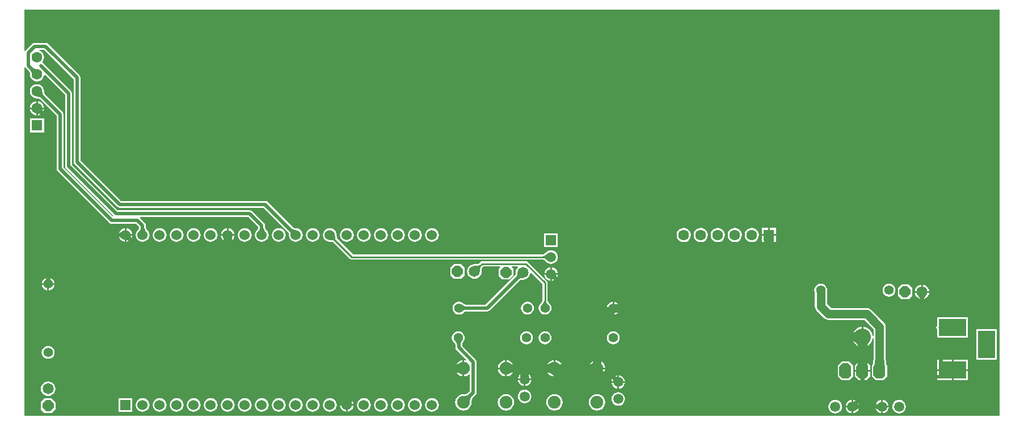
<source format=gbl>
G04*
G04 #@! TF.GenerationSoftware,Altium Limited,Altium Designer,19.0.10 (269)*
G04*
G04 Layer_Physical_Order=2*
G04 Layer_Color=16711680*
%FSTAX24Y24*%
%MOIN*%
G70*
G01*
G75*
%ADD10C,0.0100*%
%ADD34C,0.0500*%
%ADD35C,0.0200*%
%ADD36C,0.0591*%
%ADD37C,0.0650*%
%ADD38P,0.0704X8X22.5*%
%ADD39C,0.0551*%
%ADD40C,0.0750*%
%ADD41R,0.0630X0.0630*%
%ADD42C,0.0630*%
%ADD43R,0.0598X0.0598*%
%ADD44C,0.0598*%
%ADD45R,0.0630X0.0630*%
%ADD46R,0.0602X0.0602*%
%ADD47C,0.0602*%
%ADD48P,0.0704X8X112.5*%
G04:AMPARAMS|DCode=49|XSize=70mil|YSize=90mil|CornerRadius=0mil|HoleSize=0mil|Usage=FLASHONLY|Rotation=0.000|XOffset=0mil|YOffset=0mil|HoleType=Round|Shape=Octagon|*
%AMOCTAGOND49*
4,1,8,-0.0175,0.0450,0.0175,0.0450,0.0350,0.0275,0.0350,-0.0275,0.0175,-0.0450,-0.0175,-0.0450,-0.0350,-0.0275,-0.0350,0.0275,-0.0175,0.0450,0.0*
%
%ADD49OCTAGOND49*%

%ADD50C,0.1000*%
%ADD51R,0.1000X0.1600*%
%ADD52R,0.1600X0.1000*%
G36*
X010697Y030646D02*
X010719Y030629D01*
X010743Y030614D01*
X010768Y0306D01*
X010795Y030589D01*
X010823Y03058D01*
X010852Y030573D01*
X010882Y030568D01*
X010914Y030566D01*
X010947Y030565D01*
X010635Y030253D01*
X010634Y030286D01*
X010632Y030318D01*
X010627Y030348D01*
X01062Y030377D01*
X010611Y030405D01*
X0106Y030432D01*
X010586Y030457D01*
X010571Y030481D01*
X010554Y030503D01*
X010534Y030524D01*
X010676Y030666D01*
X010697Y030646D01*
D02*
G37*
G36*
X011266Y029214D02*
X011268Y029182D01*
X011273Y029152D01*
X01128Y029123D01*
X011289Y029095D01*
X0113Y029068D01*
X011314Y029043D01*
X011329Y029019D01*
X011346Y028997D01*
X011366Y028976D01*
X011224Y028834D01*
X011203Y028854D01*
X011181Y028871D01*
X011157Y028886D01*
X011132Y0289D01*
X011105Y028911D01*
X011077Y02892D01*
X011048Y028927D01*
X011018Y028932D01*
X010986Y028934D01*
X010953Y028935D01*
X011265Y029247D01*
X011266Y029214D01*
D02*
G37*
G36*
X024251Y021237D02*
X024254Y02121D01*
X02426Y021183D01*
X024268Y021157D01*
X024278Y021132D01*
X02429Y021107D01*
X024304Y021083D01*
X024321Y02106D01*
X02434Y021037D01*
X024361Y021015D01*
X023939D01*
X02396Y021037D01*
X023979Y02106D01*
X023996Y021083D01*
X02401Y021107D01*
X024022Y021132D01*
X024032Y021157D01*
X02404Y021183D01*
X024046Y02121D01*
X024049Y021237D01*
X02405Y021265D01*
X02425D01*
X024251Y021237D01*
D02*
G37*
G36*
X017251D02*
X017254Y02121D01*
X01726Y021183D01*
X017268Y021157D01*
X017278Y021132D01*
X01729Y021107D01*
X017304Y021083D01*
X017321Y02106D01*
X01734Y021037D01*
X017361Y021015D01*
X016939D01*
X01696Y021037D01*
X016979Y02106D01*
X016996Y021083D01*
X01701Y021107D01*
X017022Y021132D01*
X017032Y021157D01*
X01704Y021183D01*
X017046Y02121D01*
X017049Y021237D01*
X01705Y021265D01*
X01725D01*
X017251Y021237D01*
D02*
G37*
G36*
X025913Y02118D02*
X025934Y021164D01*
X025957Y021149D01*
X025981Y021136D01*
X026006Y021125D01*
X026032Y021116D01*
X026059Y021109D01*
X026087Y021105D01*
X026117Y021102D01*
X026147Y021101D01*
X025849Y020803D01*
X025848Y020833D01*
X025845Y020863D01*
X025841Y020891D01*
X025834Y020918D01*
X025825Y020944D01*
X025814Y020969D01*
X025801Y020993D01*
X025786Y021016D01*
X02577Y021037D01*
X025751Y021058D01*
X025892Y021199D01*
X025913Y02118D01*
D02*
G37*
G36*
X067496Y010154D02*
X010204D01*
Y030665D01*
X010254Y030676D01*
X010291Y030621D01*
X010481Y030431D01*
X010488Y030422D01*
X010498Y030405D01*
X010507Y030388D01*
X010515Y03037D01*
X010522Y03035D01*
X010527Y030328D01*
X01053Y030305D01*
X010532Y030281D01*
X010533Y030261D01*
X010531Y03025D01*
X010546Y030142D01*
X010588Y030041D01*
X010654Y029954D01*
X010741Y029888D01*
X010842Y029846D01*
X01095Y029831D01*
X011058Y029846D01*
X011159Y029888D01*
X011246Y029954D01*
X011312Y030041D01*
X011354Y030142D01*
X011363Y030206D01*
X011416Y030224D01*
X012596Y029044D01*
Y02485D01*
X012612Y024772D01*
X012656Y024706D01*
X015419Y021943D01*
X015403Y021888D01*
X015401Y021887D01*
X012504Y024784D01*
Y0279D01*
X012488Y027978D01*
X012444Y028044D01*
X011419Y029069D01*
X011412Y029078D01*
X011402Y029095D01*
X011393Y029112D01*
X011385Y02913D01*
X011378Y02915D01*
X011373Y029172D01*
X01137Y029195D01*
X011368Y029219D01*
X011367Y029239D01*
X011369Y02925D01*
X011354Y029358D01*
X011312Y029459D01*
X011246Y029546D01*
X011159Y029612D01*
X011058Y029654D01*
X01095Y029669D01*
X010842Y029654D01*
X010741Y029612D01*
X010654Y029546D01*
X010588Y029459D01*
X010546Y029358D01*
X010531Y02925D01*
X010546Y029142D01*
X010588Y029041D01*
X010654Y028954D01*
X010741Y028888D01*
X010842Y028846D01*
X01095Y028831D01*
X010961Y028833D01*
X010981Y028832D01*
X011005Y02883D01*
X011028Y028827D01*
X01105Y028822D01*
X01107Y028815D01*
X011088Y028807D01*
X011105Y028798D01*
X011122Y028788D01*
X011131Y028781D01*
X012096Y027816D01*
Y0247D01*
X012112Y024622D01*
X012156Y024556D01*
X015206Y021506D01*
X015272Y021462D01*
X01535Y021446D01*
X016766D01*
X016946Y021266D01*
Y021236D01*
X016945Y021226D01*
X016941Y021208D01*
X016936Y021191D01*
X016929Y021173D01*
X016921Y021156D01*
X01691Y021139D01*
X016898Y021122D01*
X016884Y021105D01*
X016872Y021092D01*
X016864Y021086D01*
X0168Y021002D01*
X016759Y020905D01*
X016745Y0208D01*
X016759Y020695D01*
X0168Y020598D01*
X016864Y020514D01*
X016948Y02045D01*
X017045Y020409D01*
X01715Y020395D01*
X017255Y020409D01*
X017352Y02045D01*
X017436Y020514D01*
X0175Y020598D01*
X017541Y020695D01*
X017555Y0208D01*
X017541Y020905D01*
X0175Y021002D01*
X017436Y021086D01*
X017428Y021092D01*
X017416Y021105D01*
X017402Y021122D01*
X01739Y021139D01*
X017379Y021156D01*
X017371Y021173D01*
X017364Y021191D01*
X017359Y021208D01*
X017355Y021226D01*
X017354Y021236D01*
Y02135D01*
X017338Y021428D01*
X017294Y021494D01*
X016994Y021794D01*
X016991Y021796D01*
X017007Y021846D01*
X023366D01*
X023946Y021266D01*
Y021236D01*
X023945Y021226D01*
X023941Y021208D01*
X023936Y021191D01*
X023929Y021173D01*
X023921Y021156D01*
X02391Y021139D01*
X023898Y021122D01*
X023884Y021105D01*
X023872Y021092D01*
X023864Y021086D01*
X0238Y021002D01*
X023759Y020905D01*
X023745Y0208D01*
X023759Y020695D01*
X0238Y020598D01*
X023864Y020514D01*
X023948Y02045D01*
X024045Y020409D01*
X02415Y020395D01*
X024255Y020409D01*
X024352Y02045D01*
X024436Y020514D01*
X0245Y020598D01*
X024541Y020695D01*
X024555Y0208D01*
X024541Y020905D01*
X0245Y021002D01*
X024436Y021086D01*
X024428Y021092D01*
X024416Y021105D01*
X024402Y021122D01*
X02439Y021139D01*
X024379Y021156D01*
X024371Y021173D01*
X024364Y021191D01*
X024359Y021208D01*
X024355Y021226D01*
X024354Y021236D01*
Y02135D01*
X024338Y021428D01*
X024294Y021494D01*
X024294Y021494D01*
X023594Y022194D01*
X023528Y022238D01*
X02345Y022254D01*
X015684D01*
X013004Y024934D01*
Y029128D01*
X012988Y029206D01*
X012944Y029272D01*
X011307Y030909D01*
X011286Y030924D01*
X011275Y030991D01*
X011312Y031041D01*
X011354Y031142D01*
X011369Y03125D01*
X011354Y031358D01*
X011312Y031459D01*
X011246Y031546D01*
X011159Y031612D01*
X011078Y031646D01*
X011088Y031696D01*
X011366D01*
X013096Y029966D01*
Y0251D01*
X013112Y025022D01*
X013156Y024956D01*
X015656Y022456D01*
X015722Y022412D01*
X0158Y022396D01*
X024266D01*
X025697Y020964D01*
X025704Y020956D01*
X025714Y020941D01*
X025722Y020925D01*
X02573Y020908D01*
X025736Y02089D01*
X025741Y02087D01*
X025744Y02085D01*
X025746Y020828D01*
X025747Y02081D01*
X025745Y0208D01*
X025759Y020695D01*
X0258Y020598D01*
X025864Y020514D01*
X025948Y02045D01*
X026045Y020409D01*
X02615Y020395D01*
X026255Y020409D01*
X026352Y02045D01*
X026436Y020514D01*
X0265Y020598D01*
X026541Y020695D01*
X026555Y0208D01*
X026541Y020905D01*
X0265Y021002D01*
X026436Y021086D01*
X026352Y02115D01*
X026255Y021191D01*
X02615Y021205D01*
X02614Y021203D01*
X026122Y021204D01*
X0261Y021206D01*
X02608Y021209D01*
X02606Y021214D01*
X026042Y02122D01*
X026025Y021228D01*
X026009Y021236D01*
X025994Y021246D01*
X025986Y021253D01*
X024494Y022744D01*
X024428Y022788D01*
X02435Y022804D01*
X015884D01*
X013504Y025184D01*
Y03005D01*
X013488Y030128D01*
X013444Y030194D01*
X011594Y032044D01*
X011528Y032088D01*
X01145Y032104D01*
X0108D01*
X010722Y032088D01*
X010656Y032044D01*
X010291Y031679D01*
X010254Y031624D01*
X010204Y031635D01*
Y034046D01*
X067496D01*
Y010154D01*
D02*
G37*
%LPC*%
G36*
X011Y028662D02*
Y0283D01*
X011362D01*
X011354Y028358D01*
X011312Y028459D01*
X011246Y028546D01*
X011159Y028612D01*
X011058Y028654D01*
X011Y028662D01*
D02*
G37*
G36*
X0109D02*
X010842Y028654D01*
X010741Y028612D01*
X010654Y028546D01*
X010588Y028459D01*
X010546Y028358D01*
X010538Y0283D01*
X0109D01*
Y028662D01*
D02*
G37*
G36*
X011362Y0282D02*
X011267D01*
X011268Y028182D01*
X011273Y028152D01*
X01128Y028123D01*
X011289Y028095D01*
X0113Y028068D01*
X011314Y028043D01*
X011354Y028142D01*
X011362Y0282D01*
D02*
G37*
G36*
X011218D02*
X011D01*
Y027982D01*
X011218Y0282D01*
D02*
G37*
G36*
X011Y027933D02*
Y027838D01*
X011058Y027846D01*
X011157Y027886D01*
X011132Y0279D01*
X011105Y027911D01*
X011077Y02792D01*
X011048Y027927D01*
X011018Y027932D01*
X011Y027933D01*
D02*
G37*
G36*
X0109Y0282D02*
X010538D01*
X010546Y028142D01*
X010588Y028041D01*
X010654Y027954D01*
X010741Y027888D01*
X010842Y027846D01*
X0109Y027838D01*
Y0282D01*
D02*
G37*
G36*
X011365Y027665D02*
X010535D01*
Y026835D01*
X011365D01*
Y027665D01*
D02*
G37*
G36*
X054365Y021215D02*
X054D01*
Y02085D01*
X054365D01*
Y021215D01*
D02*
G37*
G36*
X0222Y021198D02*
Y02085D01*
X022548D01*
X022541Y020905D01*
X0225Y021002D01*
X022436Y021086D01*
X022352Y02115D01*
X022255Y021191D01*
X0222Y021198D01*
D02*
G37*
G36*
X0162D02*
Y02085D01*
X016548D01*
X016541Y020905D01*
X0165Y021002D01*
X016436Y021086D01*
X016352Y02115D01*
X016255Y021191D01*
X0162Y021198D01*
D02*
G37*
G36*
X0161D02*
X016045Y021191D01*
X015948Y02115D01*
X015864Y021086D01*
X0158Y021002D01*
X015761Y020909D01*
X015767Y02091D01*
X015793Y020918D01*
X015818Y020928D01*
X015843Y02094D01*
X015867Y020954D01*
X01589Y020971D01*
X015913Y02099D01*
X015935Y021011D01*
Y02085D01*
X0161D01*
Y021198D01*
D02*
G37*
G36*
X0221D02*
X022045Y021191D01*
X021948Y02115D01*
X021864Y021086D01*
X0218Y021002D01*
X021759Y020905D01*
X021752Y02085D01*
X0221D01*
Y021198D01*
D02*
G37*
G36*
X0539Y021215D02*
X053535D01*
Y02085D01*
X0539D01*
Y021215D01*
D02*
G37*
G36*
X016548Y02075D02*
X016453D01*
X016455Y020737D01*
X016459Y020709D01*
X016466Y020682D01*
X016475Y020656D01*
X016486Y020631D01*
X016499Y020607D01*
X016502Y020602D01*
X016541Y020695D01*
X016548Y02075D01*
D02*
G37*
G36*
X0221D02*
X021752D01*
X021759Y020695D01*
X0218Y020598D01*
X021864Y020514D01*
X021948Y02045D01*
X021968Y020441D01*
X021966Y020456D01*
X02196Y020483D01*
X021953Y02051D01*
X021944Y020537D01*
X021921Y020591D01*
X021907Y020619D01*
X021891Y020646D01*
X0221Y020591D01*
Y02075D01*
D02*
G37*
G36*
X0161D02*
X015935D01*
Y020589D01*
X015913Y02061D01*
X01589Y020629D01*
X015867Y020646D01*
X015843Y02066D01*
X015818Y020672D01*
X015793Y020682D01*
X015767Y02069D01*
X015761Y020691D01*
X0158Y020598D01*
X015864Y020514D01*
X015948Y02045D01*
X016045Y020409D01*
X0161Y020402D01*
Y02075D01*
D02*
G37*
G36*
X016404D02*
X0162D01*
Y020546D01*
X016404Y02075D01*
D02*
G37*
G36*
X022548D02*
X0222D01*
Y020564D01*
X022299Y020538D01*
X022275Y020523D01*
X022254Y020507D01*
X022235Y020488D01*
X022218Y020469D01*
X022204Y020448D01*
X0222Y020439D01*
Y020402D01*
X022255Y020409D01*
X022352Y02045D01*
X022436Y020514D01*
X0225Y020598D01*
X022541Y020695D01*
X022548Y02075D01*
D02*
G37*
G36*
X0162Y020497D02*
Y020402D01*
X016255Y020409D01*
X016348Y020448D01*
X016343Y020451D01*
X016319Y020464D01*
X016294Y020475D01*
X016268Y020484D01*
X016241Y020491D01*
X016213Y020495D01*
X0162Y020497D01*
D02*
G37*
G36*
X03415Y021205D02*
X034045Y021191D01*
X033948Y02115D01*
X033864Y021086D01*
X0338Y021002D01*
X033759Y020905D01*
X033745Y0208D01*
X033759Y020695D01*
X0338Y020598D01*
X033864Y020514D01*
X033948Y02045D01*
X034045Y020409D01*
X03415Y020395D01*
X034255Y020409D01*
X034352Y02045D01*
X034436Y020514D01*
X0345Y020598D01*
X034541Y020695D01*
X034555Y0208D01*
X034541Y020905D01*
X0345Y021002D01*
X034436Y021086D01*
X034352Y02115D01*
X034255Y021191D01*
X03415Y021205D01*
D02*
G37*
G36*
X03315D02*
X033045Y021191D01*
X032948Y02115D01*
X032864Y021086D01*
X0328Y021002D01*
X032759Y020905D01*
X032745Y0208D01*
X032759Y020695D01*
X0328Y020598D01*
X032864Y020514D01*
X032948Y02045D01*
X033045Y020409D01*
X03315Y020395D01*
X033255Y020409D01*
X033352Y02045D01*
X033436Y020514D01*
X0335Y020598D01*
X033541Y020695D01*
X033555Y0208D01*
X033541Y020905D01*
X0335Y021002D01*
X033436Y021086D01*
X033352Y02115D01*
X033255Y021191D01*
X03315Y021205D01*
D02*
G37*
G36*
X03215D02*
X032045Y021191D01*
X031948Y02115D01*
X031864Y021086D01*
X0318Y021002D01*
X031759Y020905D01*
X031745Y0208D01*
X031759Y020695D01*
X0318Y020598D01*
X031864Y020514D01*
X031948Y02045D01*
X032045Y020409D01*
X03215Y020395D01*
X032255Y020409D01*
X032352Y02045D01*
X032436Y020514D01*
X0325Y020598D01*
X032541Y020695D01*
X032555Y0208D01*
X032541Y020905D01*
X0325Y021002D01*
X032436Y021086D01*
X032352Y02115D01*
X032255Y021191D01*
X03215Y021205D01*
D02*
G37*
G36*
X03115D02*
X031045Y021191D01*
X030948Y02115D01*
X030864Y021086D01*
X0308Y021002D01*
X030759Y020905D01*
X030745Y0208D01*
X030759Y020695D01*
X0308Y020598D01*
X030864Y020514D01*
X030948Y02045D01*
X031045Y020409D01*
X03115Y020395D01*
X031255Y020409D01*
X031352Y02045D01*
X031436Y020514D01*
X0315Y020598D01*
X031541Y020695D01*
X031555Y0208D01*
X031541Y020905D01*
X0315Y021002D01*
X031436Y021086D01*
X031352Y02115D01*
X031255Y021191D01*
X03115Y021205D01*
D02*
G37*
G36*
X03015D02*
X030045Y021191D01*
X029948Y02115D01*
X029864Y021086D01*
X0298Y021002D01*
X029759Y020905D01*
X029745Y0208D01*
X029759Y020695D01*
X0298Y020598D01*
X029864Y020514D01*
X029948Y02045D01*
X030045Y020409D01*
X03015Y020395D01*
X030255Y020409D01*
X030352Y02045D01*
X030436Y020514D01*
X0305Y020598D01*
X030541Y020695D01*
X030555Y0208D01*
X030541Y020905D01*
X0305Y021002D01*
X030436Y021086D01*
X030352Y02115D01*
X030255Y021191D01*
X03015Y021205D01*
D02*
G37*
G36*
X02915D02*
X029045Y021191D01*
X028948Y02115D01*
X028864Y021086D01*
X0288Y021002D01*
X028759Y020905D01*
X028745Y0208D01*
X028759Y020695D01*
X0288Y020598D01*
X028864Y020514D01*
X028948Y02045D01*
X029045Y020409D01*
X02915Y020395D01*
X029255Y020409D01*
X029352Y02045D01*
X029436Y020514D01*
X0295Y020598D01*
X029541Y020695D01*
X029555Y0208D01*
X029541Y020905D01*
X0295Y021002D01*
X029436Y021086D01*
X029352Y02115D01*
X029255Y021191D01*
X02915Y021205D01*
D02*
G37*
G36*
X02715D02*
X027045Y021191D01*
X026948Y02115D01*
X026864Y021086D01*
X0268Y021002D01*
X026759Y020905D01*
X026745Y0208D01*
X026759Y020695D01*
X0268Y020598D01*
X026864Y020514D01*
X026948Y02045D01*
X027045Y020409D01*
X02715Y020395D01*
X027255Y020409D01*
X027352Y02045D01*
X027436Y020514D01*
X0275Y020598D01*
X027541Y020695D01*
X027555Y0208D01*
X027541Y020905D01*
X0275Y021002D01*
X027436Y021086D01*
X027352Y02115D01*
X027255Y021191D01*
X02715Y021205D01*
D02*
G37*
G36*
X02515D02*
X025045Y021191D01*
X024948Y02115D01*
X024864Y021086D01*
X0248Y021002D01*
X024759Y020905D01*
X024745Y0208D01*
X024759Y020695D01*
X0248Y020598D01*
X024864Y020514D01*
X024948Y02045D01*
X025045Y020409D01*
X02515Y020395D01*
X025255Y020409D01*
X025352Y02045D01*
X025436Y020514D01*
X0255Y020598D01*
X025541Y020695D01*
X025555Y0208D01*
X025541Y020905D01*
X0255Y021002D01*
X025436Y021086D01*
X025352Y02115D01*
X025255Y021191D01*
X02515Y021205D01*
D02*
G37*
G36*
X02315D02*
X023045Y021191D01*
X022948Y02115D01*
X022864Y021086D01*
X0228Y021002D01*
X022759Y020905D01*
X022745Y0208D01*
X022759Y020695D01*
X0228Y020598D01*
X022864Y020514D01*
X022948Y02045D01*
X023045Y020409D01*
X02315Y020395D01*
X023255Y020409D01*
X023352Y02045D01*
X023436Y020514D01*
X0235Y020598D01*
X023541Y020695D01*
X023555Y0208D01*
X023541Y020905D01*
X0235Y021002D01*
X023436Y021086D01*
X023352Y02115D01*
X023255Y021191D01*
X02315Y021205D01*
D02*
G37*
G36*
X02115D02*
X021045Y021191D01*
X020948Y02115D01*
X020864Y021086D01*
X0208Y021002D01*
X020759Y020905D01*
X020745Y0208D01*
X020759Y020695D01*
X0208Y020598D01*
X020864Y020514D01*
X020948Y02045D01*
X021045Y020409D01*
X02115Y020395D01*
X021255Y020409D01*
X021352Y02045D01*
X021436Y020514D01*
X0215Y020598D01*
X021541Y020695D01*
X021555Y0208D01*
X021541Y020905D01*
X0215Y021002D01*
X021436Y021086D01*
X021352Y02115D01*
X021255Y021191D01*
X02115Y021205D01*
D02*
G37*
G36*
X02015D02*
X020045Y021191D01*
X019948Y02115D01*
X019864Y021086D01*
X0198Y021002D01*
X019759Y020905D01*
X019745Y0208D01*
X019759Y020695D01*
X0198Y020598D01*
X019864Y020514D01*
X019948Y02045D01*
X020045Y020409D01*
X02015Y020395D01*
X020255Y020409D01*
X020352Y02045D01*
X020436Y020514D01*
X0205Y020598D01*
X020541Y020695D01*
X020555Y0208D01*
X020541Y020905D01*
X0205Y021002D01*
X020436Y021086D01*
X020352Y02115D01*
X020255Y021191D01*
X02015Y021205D01*
D02*
G37*
G36*
X01915D02*
X019045Y021191D01*
X018948Y02115D01*
X018864Y021086D01*
X0188Y021002D01*
X018759Y020905D01*
X018745Y0208D01*
X018759Y020695D01*
X0188Y020598D01*
X018864Y020514D01*
X018948Y02045D01*
X019045Y020409D01*
X01915Y020395D01*
X019255Y020409D01*
X019352Y02045D01*
X019436Y020514D01*
X0195Y020598D01*
X019541Y020695D01*
X019555Y0208D01*
X019541Y020905D01*
X0195Y021002D01*
X019436Y021086D01*
X019352Y02115D01*
X019255Y021191D01*
X01915Y021205D01*
D02*
G37*
G36*
X01815D02*
X018045Y021191D01*
X017948Y02115D01*
X017864Y021086D01*
X0178Y021002D01*
X017759Y020905D01*
X017745Y0208D01*
X017759Y020695D01*
X0178Y020598D01*
X017864Y020514D01*
X017948Y02045D01*
X018045Y020409D01*
X01815Y020395D01*
X018255Y020409D01*
X018352Y02045D01*
X018436Y020514D01*
X0185Y020598D01*
X018541Y020695D01*
X018555Y0208D01*
X018541Y020905D01*
X0185Y021002D01*
X018436Y021086D01*
X018352Y02115D01*
X018255Y021191D01*
X01815Y021205D01*
D02*
G37*
G36*
X054365Y02075D02*
X054D01*
Y020486D01*
X054264D01*
X054252Y020481D01*
X054241Y020466D01*
X054231Y020441D01*
X054223Y020406D01*
X05422Y020385D01*
X054365D01*
Y02075D01*
D02*
G37*
G36*
X0539D02*
X053535D01*
Y020385D01*
X053678D01*
X053677Y020406D01*
X053669Y020441D01*
X053659Y020466D01*
X053648Y020481D01*
X053636Y020486D01*
X0539D01*
Y02075D01*
D02*
G37*
G36*
X05295Y021219D02*
X052842Y021204D01*
X052741Y021162D01*
X052654Y021096D01*
X052588Y021009D01*
X052546Y020908D01*
X052531Y0208D01*
X052546Y020692D01*
X052588Y020591D01*
X052654Y020504D01*
X052741Y020438D01*
X052842Y020396D01*
X05295Y020381D01*
X053058Y020396D01*
X053159Y020438D01*
X053246Y020504D01*
X053312Y020591D01*
X053354Y020692D01*
X053369Y0208D01*
X053354Y020908D01*
X053312Y021009D01*
X053246Y021096D01*
X053159Y021162D01*
X053058Y021204D01*
X05295Y021219D01*
D02*
G37*
G36*
X05195D02*
X051842Y021204D01*
X051741Y021162D01*
X051654Y021096D01*
X051588Y021009D01*
X051546Y020908D01*
X051531Y0208D01*
X051546Y020692D01*
X051588Y020591D01*
X051654Y020504D01*
X051741Y020438D01*
X051842Y020396D01*
X05195Y020381D01*
X052058Y020396D01*
X052159Y020438D01*
X052246Y020504D01*
X052312Y020591D01*
X052354Y020692D01*
X052369Y0208D01*
X052354Y020908D01*
X052312Y021009D01*
X052246Y021096D01*
X052159Y021162D01*
X052058Y021204D01*
X05195Y021219D01*
D02*
G37*
G36*
X05095D02*
X050842Y021204D01*
X050741Y021162D01*
X050654Y021096D01*
X050588Y021009D01*
X050546Y020908D01*
X050531Y0208D01*
X050546Y020692D01*
X050588Y020591D01*
X050654Y020504D01*
X050741Y020438D01*
X050842Y020396D01*
X05095Y020381D01*
X051058Y020396D01*
X051159Y020438D01*
X051246Y020504D01*
X051312Y020591D01*
X051354Y020692D01*
X051369Y0208D01*
X051354Y020908D01*
X051312Y021009D01*
X051246Y021096D01*
X051159Y021162D01*
X051058Y021204D01*
X05095Y021219D01*
D02*
G37*
G36*
X04995D02*
X049842Y021204D01*
X049741Y021162D01*
X049654Y021096D01*
X049588Y021009D01*
X049546Y020908D01*
X049531Y0208D01*
X049546Y020692D01*
X049588Y020591D01*
X049654Y020504D01*
X049741Y020438D01*
X049842Y020396D01*
X04995Y020381D01*
X050058Y020396D01*
X050159Y020438D01*
X050246Y020504D01*
X050312Y020591D01*
X050354Y020692D01*
X050369Y0208D01*
X050354Y020908D01*
X050312Y021009D01*
X050246Y021096D01*
X050159Y021162D01*
X050058Y021204D01*
X04995Y021219D01*
D02*
G37*
G36*
X04895D02*
X048842Y021204D01*
X048741Y021162D01*
X048654Y021096D01*
X048588Y021009D01*
X048546Y020908D01*
X048531Y0208D01*
X048546Y020692D01*
X048588Y020591D01*
X048654Y020504D01*
X048741Y020438D01*
X048842Y020396D01*
X04895Y020381D01*
X049058Y020396D01*
X049159Y020438D01*
X049246Y020504D01*
X049312Y020591D01*
X049354Y020692D01*
X049369Y0208D01*
X049354Y020908D01*
X049312Y021009D01*
X049246Y021096D01*
X049159Y021162D01*
X049058Y021204D01*
X04895Y021219D01*
D02*
G37*
G36*
X041549Y020899D02*
X040751D01*
Y020101D01*
X041549D01*
Y020899D01*
D02*
G37*
G36*
X02815Y021205D02*
X028045Y021191D01*
X027948Y02115D01*
X027864Y021086D01*
X0278Y021002D01*
X027759Y020905D01*
X027745Y0208D01*
X027759Y020695D01*
X0278Y020598D01*
X027864Y020514D01*
X027948Y02045D01*
X028045Y020409D01*
X02815Y020395D01*
X028161Y020397D01*
X028193Y020397D01*
X028264Y020392D01*
X028292Y020388D01*
X028316Y020383D01*
X028337Y020377D01*
X028354Y020371D01*
X028366Y020365D01*
X028374Y02036D01*
X029342Y019392D01*
X029391Y019359D01*
X02945Y019347D01*
X040683D01*
X040692Y019345D01*
X040705Y019341D01*
X040721Y019333D01*
X04074Y019323D01*
X040761Y019309D01*
X040783Y019293D01*
X040836Y019246D01*
X040859Y019224D01*
X040865Y019215D01*
X040949Y019151D01*
X041046Y019111D01*
X04115Y019097D01*
X041254Y019111D01*
X041351Y019151D01*
X041435Y019215D01*
X041499Y019299D01*
X041539Y019396D01*
X041553Y0195D01*
X041539Y019604D01*
X041499Y019701D01*
X041435Y019785D01*
X041351Y019849D01*
X041254Y019889D01*
X04115Y019903D01*
X041046Y019889D01*
X040949Y019849D01*
X040865Y019785D01*
X040859Y019776D01*
X040836Y019754D01*
X040783Y019707D01*
X040761Y019691D01*
X04074Y019677D01*
X040721Y019667D01*
X040705Y019659D01*
X040692Y019655D01*
X040683Y019653D01*
X029513D01*
X02859Y020576D01*
X028585Y020584D01*
X028579Y020596D01*
X028573Y020613D01*
X028567Y020634D01*
X028562Y020658D01*
X028558Y020686D01*
X028553Y020757D01*
X028553Y020789D01*
X028555Y0208D01*
X028541Y020905D01*
X0285Y021002D01*
X028436Y021086D01*
X028352Y02115D01*
X028255Y021191D01*
X02815Y021205D01*
D02*
G37*
G36*
X039672Y019253D02*
X0371D01*
X037041Y019241D01*
X036992Y019208D01*
X036901Y019118D01*
X036892Y019112D01*
X036878Y019105D01*
X036859Y019098D01*
X036836Y019092D01*
X036808Y019086D01*
X036777Y019082D01*
X036698Y019077D01*
X036663Y019077D01*
X03665Y019079D01*
X036539Y019064D01*
X036436Y019021D01*
X036347Y018953D01*
X036279Y018864D01*
X036236Y018761D01*
X036221Y01865D01*
X036236Y018539D01*
X036279Y018436D01*
X036347Y018347D01*
X036436Y018279D01*
X036539Y018236D01*
X03665Y018221D01*
X036761Y018236D01*
X036864Y018279D01*
X036953Y018347D01*
X037021Y018436D01*
X037064Y018539D01*
X037079Y01865D01*
X037077Y018663D01*
X037077Y018698D01*
X037082Y018777D01*
X037086Y018808D01*
X037092Y018836D01*
X037098Y018859D01*
X037105Y018878D01*
X037112Y018892D01*
X037118Y018901D01*
X037163Y018947D01*
X038144D01*
X038163Y018901D01*
X038075Y018813D01*
Y018388D01*
X038287Y018175D01*
X038712D01*
X038925Y018388D01*
Y018813D01*
X038837Y018901D01*
X038856Y018947D01*
X039181D01*
X039192Y018897D01*
X039129Y018814D01*
X039086Y018711D01*
X039071Y0186D01*
X039073Y018588D01*
X039072Y018567D01*
X03907Y01854D01*
X039066Y018516D01*
X039061Y018493D01*
X039054Y018472D01*
X039046Y018452D01*
X039037Y018434D01*
X039026Y018417D01*
X039019Y018407D01*
X037316Y016704D01*
X036134D01*
X036127Y016705D01*
X03611Y016708D01*
X036095Y016712D01*
X03608Y016718D01*
X036065Y016724D01*
X036052Y016732D01*
X036038Y016741D01*
X036025Y016752D01*
X036015Y016761D01*
X03601Y016768D01*
X035932Y016828D01*
X03584Y016866D01*
X035742Y016879D01*
X035644Y016866D01*
X035553Y016828D01*
X035474Y016768D01*
X035414Y016689D01*
X035376Y016598D01*
X035363Y0165D01*
X035376Y016402D01*
X035414Y016311D01*
X035474Y016232D01*
X035553Y016172D01*
X035644Y016134D01*
X035742Y016121D01*
X03584Y016134D01*
X035932Y016172D01*
X03601Y016232D01*
X036015Y016239D01*
X036025Y016248D01*
X036038Y016259D01*
X036052Y016268D01*
X036065Y016276D01*
X03608Y016282D01*
X036095Y016288D01*
X03611Y016292D01*
X036127Y016295D01*
X036134Y016296D01*
X0374D01*
X037478Y016312D01*
X037544Y016356D01*
X039307Y018119D01*
X039317Y018126D01*
X039334Y018137D01*
X039352Y018146D01*
X039372Y018154D01*
X039393Y018161D01*
X039416Y018166D01*
X03944Y01817D01*
X039467Y018172D01*
X039488Y018173D01*
X0395Y018171D01*
X039611Y018186D01*
X039714Y018229D01*
X039803Y018297D01*
X039871Y018386D01*
X039914Y018489D01*
X039924Y018561D01*
X039976Y018579D01*
X040639Y017916D01*
Y016929D01*
X040638Y016921D01*
X040634Y016909D01*
X040628Y016895D01*
X040619Y016879D01*
X040607Y01686D01*
X040592Y016841D01*
X040551Y016794D01*
X040532Y016774D01*
X040524Y016768D01*
X040464Y016689D01*
X040426Y016598D01*
X040413Y0165D01*
X040426Y016402D01*
X040464Y016311D01*
X040524Y016232D01*
X040603Y016172D01*
X040694Y016134D01*
X040792Y016121D01*
X04089Y016134D01*
X040982Y016172D01*
X04106Y016232D01*
X04112Y016311D01*
X041158Y016402D01*
X041171Y0165D01*
X041158Y016598D01*
X04112Y016689D01*
X04106Y016768D01*
X041053Y016773D01*
X04101Y016819D01*
X040993Y01684D01*
X040978Y01686D01*
X040966Y016879D01*
X040957Y016895D01*
X04095Y016909D01*
X040947Y016921D01*
X040945Y016929D01*
Y01798D01*
X040933Y018038D01*
X0409Y018088D01*
X03978Y019208D01*
X03973Y019241D01*
X039672Y019253D01*
D02*
G37*
G36*
X0412Y018896D02*
Y01855D01*
X041546D01*
X041539Y018604D01*
X041499Y018701D01*
X041435Y018785D01*
X041351Y018849D01*
X041254Y018889D01*
X0412Y018896D01*
D02*
G37*
G36*
X0411D02*
X041046Y018889D01*
X040949Y018849D01*
X040865Y018785D01*
X040801Y018701D01*
X040761Y018604D01*
X040754Y01855D01*
X0411D01*
Y018896D01*
D02*
G37*
G36*
X041546Y01845D02*
X041451D01*
X041453Y018438D01*
X041457Y01841D01*
X041464Y018383D01*
X041473Y018357D01*
X041484Y018332D01*
X041497Y018309D01*
X0415Y018303D01*
X041539Y018396D01*
X041546Y01845D01*
D02*
G37*
G36*
X041402D02*
X0412D01*
Y018248D01*
X041402Y01845D01*
D02*
G37*
G36*
X035863Y019075D02*
X035438D01*
X035225Y018863D01*
Y018438D01*
X035438Y018225D01*
X035863D01*
X036075Y018438D01*
Y018863D01*
X035863Y019075D01*
D02*
G37*
G36*
X0412Y018199D02*
Y018104D01*
X041254Y018111D01*
X041347Y01815D01*
X041341Y018153D01*
X041318Y018166D01*
X041293Y018177D01*
X041267Y018186D01*
X04124Y018193D01*
X041212Y018197D01*
X0412Y018199D01*
D02*
G37*
G36*
X0411Y01845D02*
X040754D01*
X040761Y018396D01*
X040801Y018299D01*
X040865Y018215D01*
X040949Y018151D01*
X041046Y018111D01*
X0411Y018104D01*
Y01845D01*
D02*
G37*
G36*
X011705Y018271D02*
X011708Y018253D01*
X011715Y01823D01*
X011723Y018207D01*
X011733Y018184D01*
X011746Y018163D01*
X011759Y018143D01*
X011775Y018123D01*
X011793Y018105D01*
X01165D01*
Y017958D01*
X011972D01*
X011966Y018006D01*
X011928Y018097D01*
X011868Y018176D01*
X011789Y018236D01*
X011705Y018271D01*
D02*
G37*
G36*
X011495D02*
X011411Y018236D01*
X011332Y018176D01*
X011272Y018097D01*
X011234Y018006D01*
X011228Y017958D01*
X01155D01*
Y018105D01*
X011407D01*
X011425Y018123D01*
X011441Y018143D01*
X011454Y018163D01*
X011467Y018184D01*
X011477Y018207D01*
X011485Y01823D01*
X011492Y018253D01*
X011495Y018271D01*
D02*
G37*
G36*
X011972Y017858D02*
X01165D01*
Y017536D01*
X011698Y017542D01*
X011789Y01758D01*
X011868Y01764D01*
X011928Y017718D01*
X011966Y01781D01*
X011972Y017858D01*
D02*
G37*
G36*
X01155D02*
X011228D01*
X011234Y01781D01*
X011272Y017718D01*
X011332Y01764D01*
X011411Y01758D01*
X011502Y017542D01*
X01155Y017536D01*
Y017858D01*
D02*
G37*
G36*
X063Y017872D02*
Y0175D01*
X063372D01*
X063364Y017561D01*
X063321Y017664D01*
X063253Y017753D01*
X063164Y017821D01*
X063061Y017864D01*
X063Y017872D01*
D02*
G37*
G36*
X0629D02*
X062839Y017864D01*
X062736Y017821D01*
X062647Y017753D01*
X062579Y017664D01*
X062536Y017561D01*
X062528Y0175D01*
X0629D01*
Y017872D01*
D02*
G37*
G36*
X061008Y017929D02*
X06091Y017916D01*
X060818Y017878D01*
X06074Y017818D01*
X06068Y017739D01*
X060642Y017648D01*
X060629Y01755D01*
X060642Y017452D01*
X06068Y017361D01*
X06074Y017282D01*
X060818Y017222D01*
X06091Y017184D01*
X061008Y017171D01*
X061106Y017184D01*
X061197Y017222D01*
X061276Y017282D01*
X061336Y017361D01*
X061374Y017452D01*
X061387Y01755D01*
X061374Y017648D01*
X061336Y017739D01*
X061276Y017818D01*
X061197Y017878D01*
X061106Y017916D01*
X061008Y017929D01*
D02*
G37*
G36*
X063372Y0174D02*
X063D01*
Y017218D01*
X063177D01*
X063153Y017193D01*
X063132Y017167D01*
X063112Y017141D01*
X063096Y017114D01*
X063082Y017087D01*
X06307Y01706D01*
X063063Y017037D01*
X063164Y017079D01*
X063253Y017147D01*
X063321Y017236D01*
X063364Y017339D01*
X063372Y0174D01*
D02*
G37*
G36*
X0629D02*
X062528D01*
X062536Y017339D01*
X062579Y017236D01*
X062647Y017147D01*
X062736Y017079D01*
X062837Y017037D01*
X06283Y01706D01*
X062818Y017087D01*
X062804Y017114D01*
X062788Y017141D01*
X062768Y017167D01*
X062747Y017193D01*
X062723Y017218D01*
X0629D01*
Y0174D01*
D02*
G37*
G36*
X062162Y017875D02*
X061737D01*
X061525Y017663D01*
Y017237D01*
X061737Y017025D01*
X062162D01*
X062375Y017237D01*
Y017663D01*
X062162Y017875D01*
D02*
G37*
G36*
X044858Y016872D02*
Y01655D01*
X04518D01*
X045174Y016598D01*
X045136Y016689D01*
X045076Y016768D01*
X044997Y016828D01*
X044906Y016866D01*
X044858Y016872D01*
D02*
G37*
G36*
X044758D02*
X04471Y016866D01*
X044618Y016828D01*
X04454Y016768D01*
X04448Y016689D01*
X044442Y016598D01*
X044436Y01655D01*
X044758D01*
Y016872D01*
D02*
G37*
G36*
X04518Y01645D02*
X044858D01*
Y016128D01*
X044906Y016134D01*
X044997Y016172D01*
X045076Y016232D01*
X045136Y016311D01*
X045174Y016402D01*
X04518Y01645D01*
D02*
G37*
G36*
X044758D02*
X044436D01*
X044442Y016402D01*
X04448Y016311D01*
X04454Y016232D01*
X044618Y016172D01*
X04471Y016134D01*
X044758Y016128D01*
Y01645D01*
D02*
G37*
G36*
X039758Y016879D02*
X03966Y016866D01*
X039568Y016828D01*
X03949Y016768D01*
X03943Y016689D01*
X039392Y016598D01*
X039379Y0165D01*
X039392Y016402D01*
X03943Y016311D01*
X03949Y016232D01*
X039568Y016172D01*
X03966Y016134D01*
X039758Y016121D01*
X039856Y016134D01*
X039947Y016172D01*
X040026Y016232D01*
X040086Y016311D01*
X040124Y016402D01*
X040137Y0165D01*
X040124Y016598D01*
X040086Y016689D01*
X040026Y016768D01*
X039947Y016828D01*
X039856Y016866D01*
X039758Y016879D01*
D02*
G37*
G36*
X056992Y017929D02*
X056894Y017916D01*
X056803Y017878D01*
X056724Y017818D01*
X056664Y017739D01*
X056626Y017648D01*
X056613Y01755D01*
X056626Y017452D01*
X056649Y017397D01*
Y016598D01*
X056661Y016507D01*
X056696Y016422D01*
X056752Y016348D01*
X0572Y0159D01*
X057273Y015844D01*
X057359Y015809D01*
X05745Y015797D01*
X059554D01*
X060097Y015254D01*
Y014863D01*
X060047Y01486D01*
X060041Y014918D01*
X060007Y015031D01*
X059951Y015135D01*
X059876Y015226D01*
X059785Y015301D01*
X059681Y015357D01*
X059568Y015391D01*
X0595Y015398D01*
Y0148D01*
Y014443D01*
X0598D01*
X059781Y014422D01*
X059764Y014397D01*
X059749Y014368D01*
X059736Y014336D01*
X059725Y0143D01*
X059716Y014262D01*
X059785Y014299D01*
X059876Y014374D01*
X059951Y014465D01*
X060007Y014569D01*
X060041Y014682D01*
X060047Y01474D01*
X060097Y014737D01*
Y013625D01*
X060094Y013494D01*
X060083Y013348D01*
X060075Y01329D01*
X060065Y013241D01*
X060054Y013201D01*
X060044Y013172D01*
X06004Y013165D01*
X06Y013125D01*
Y013078D01*
X059999Y013074D01*
X06Y013071D01*
Y013063D01*
X06Y013062D01*
X06Y013062D01*
Y012475D01*
X060225Y01225D01*
X060675D01*
X0609Y012475D01*
Y013062D01*
X0609Y013062D01*
X0609Y013063D01*
Y013071D01*
X060901Y013074D01*
X0609Y013078D01*
Y013125D01*
X06086Y013165D01*
X060856Y013172D01*
X060846Y013201D01*
X060835Y013241D01*
X060826Y013287D01*
X060803Y01358D01*
Y0154D01*
X060791Y015491D01*
X060756Y015577D01*
X0607Y01565D01*
X05995Y0164D01*
X059877Y016456D01*
X059791Y016491D01*
X0597Y016503D01*
X057596D01*
X057355Y016744D01*
Y017444D01*
X057358Y017452D01*
X057371Y01755D01*
X057358Y017648D01*
X05732Y017739D01*
X05726Y017818D01*
X057182Y017878D01*
X05709Y017916D01*
X056992Y017929D01*
D02*
G37*
G36*
X0594Y015398D02*
X059332Y015391D01*
X059219Y015357D01*
X059115Y015301D01*
X059024Y015226D01*
X058949Y015135D01*
X058912Y015066D01*
X05895Y015075D01*
X058986Y015086D01*
X059018Y015099D01*
X059047Y015114D01*
X059072Y015131D01*
X059093Y01515D01*
Y01485D01*
X0594D01*
Y015398D01*
D02*
G37*
G36*
X06565Y01595D02*
X06385D01*
Y015477D01*
X063822Y015458D01*
X063789Y015409D01*
X063777Y01535D01*
X063789Y015291D01*
X063822Y015242D01*
X06385Y015223D01*
Y01475D01*
X06565D01*
Y01595D01*
D02*
G37*
G36*
X0594Y01475D02*
X059093D01*
Y01445D01*
X059072Y014469D01*
X059047Y014486D01*
X059018Y014501D01*
X058986Y014514D01*
X05895Y014525D01*
X058912Y014534D01*
X058949Y014465D01*
X059024Y014374D01*
X059115Y014299D01*
X059184Y014262D01*
X059175Y0143D01*
X059164Y014336D01*
X059151Y014368D01*
X059136Y014397D01*
X059119Y014422D01*
X0591Y014443D01*
X0594D01*
Y01475D01*
D02*
G37*
G36*
X044808Y015129D02*
X04471Y015116D01*
X044618Y015078D01*
X04454Y015018D01*
X04448Y014939D01*
X044442Y014848D01*
X044429Y01475D01*
X044442Y014652D01*
X04448Y014561D01*
X04454Y014482D01*
X044618Y014422D01*
X04471Y014384D01*
X044808Y014371D01*
X044906Y014384D01*
X044997Y014422D01*
X045076Y014482D01*
X045136Y014561D01*
X045174Y014652D01*
X045187Y01475D01*
X045174Y014848D01*
X045136Y014939D01*
X045076Y015018D01*
X044997Y015078D01*
X044906Y015116D01*
X044808Y015129D01*
D02*
G37*
G36*
X040792D02*
X040694Y015116D01*
X040603Y015078D01*
X040524Y015018D01*
X040464Y014939D01*
X040426Y014848D01*
X040413Y01475D01*
X040426Y014652D01*
X040464Y014561D01*
X040524Y014482D01*
X040603Y014422D01*
X040694Y014384D01*
X040792Y014371D01*
X04089Y014384D01*
X040982Y014422D01*
X04106Y014482D01*
X04112Y014561D01*
X041158Y014652D01*
X041171Y01475D01*
X041158Y014848D01*
X04112Y014939D01*
X04106Y015018D01*
X040982Y015078D01*
X04089Y015116D01*
X040792Y015129D01*
D02*
G37*
G36*
X039708D02*
X03961Y015116D01*
X039518Y015078D01*
X03944Y015018D01*
X03938Y014939D01*
X039342Y014848D01*
X039329Y01475D01*
X039342Y014652D01*
X03938Y014561D01*
X03944Y014482D01*
X039518Y014422D01*
X03961Y014384D01*
X039708Y014371D01*
X039806Y014384D01*
X039897Y014422D01*
X039976Y014482D01*
X040036Y014561D01*
X040074Y014652D01*
X040087Y01475D01*
X040074Y014848D01*
X040036Y014939D01*
X039976Y015018D01*
X039897Y015078D01*
X039806Y015116D01*
X039708Y015129D01*
D02*
G37*
G36*
X0116Y014271D02*
X011502Y014258D01*
X011411Y01422D01*
X011332Y01416D01*
X011272Y014082D01*
X011234Y01399D01*
X011221Y013892D01*
X011234Y013794D01*
X011272Y013703D01*
X011332Y013624D01*
X011411Y013564D01*
X011502Y013526D01*
X0116Y013513D01*
X011698Y013526D01*
X011789Y013564D01*
X011868Y013624D01*
X011928Y013703D01*
X011966Y013794D01*
X011979Y013892D01*
X011966Y01399D01*
X011928Y014082D01*
X011868Y01416D01*
X011789Y01422D01*
X011698Y014258D01*
X0116Y014271D01*
D02*
G37*
G36*
X06735Y01525D02*
X06615D01*
Y01345D01*
X06735D01*
Y01525D01*
D02*
G37*
G36*
X035692Y015129D02*
X035594Y015116D01*
X035503Y015078D01*
X035424Y015018D01*
X035364Y014939D01*
X035326Y014848D01*
X035313Y01475D01*
X035326Y014652D01*
X035364Y014561D01*
X035424Y014482D01*
X035454Y014459D01*
X035459Y014453D01*
X035475Y01444D01*
X035485Y014429D01*
X035494Y014419D01*
X035502Y014407D01*
X035508Y014395D01*
X035513Y014383D01*
X035518Y014369D01*
X035521Y014353D01*
X035522Y014346D01*
Y014174D01*
X035537Y014096D01*
X035581Y01403D01*
X036159Y013452D01*
X036131Y01341D01*
X036124Y013413D01*
X03605Y013423D01*
Y01295D01*
Y012477D01*
X036124Y012487D01*
X03624Y012535D01*
X036321Y012598D01*
X036371Y012575D01*
Y011609D01*
X036252Y01149D01*
X036238Y01148D01*
X036218Y011468D01*
X036196Y011458D01*
X036171Y011448D01*
X036143Y011441D01*
X036113Y011435D01*
X03608Y01143D01*
X036044Y011428D01*
X036015Y011427D01*
X036Y011429D01*
X035876Y011413D01*
X03576Y011365D01*
X035661Y011289D01*
X035585Y01119D01*
X035537Y011074D01*
X035521Y01095D01*
X035537Y010826D01*
X035585Y01071D01*
X035661Y010611D01*
X03576Y010535D01*
X035876Y010487D01*
X036Y010471D01*
X036124Y010487D01*
X03624Y010535D01*
X036339Y010611D01*
X036415Y01071D01*
X036463Y010826D01*
X036479Y01095D01*
X036477Y010965D01*
X036478Y010994D01*
X03648Y01103D01*
X036485Y011063D01*
X036491Y011093D01*
X036498Y011121D01*
X036508Y011146D01*
X036518Y011168D01*
X03653Y011188D01*
X03654Y011202D01*
X036719Y011381D01*
X036763Y011447D01*
X036779Y011525D01*
Y013325D01*
X036763Y013403D01*
X036719Y013469D01*
X03593Y014259D01*
Y014377D01*
X03593Y014382D01*
X035933Y0144D01*
X035937Y014418D01*
X035942Y014434D01*
X035949Y014451D01*
X035956Y014467D01*
X035965Y014483D01*
X035976Y014499D01*
X035989Y014517D01*
X035993Y014525D01*
X03602Y014561D01*
X036058Y014652D01*
X036071Y01475D01*
X036058Y014848D01*
X03602Y014939D01*
X03596Y015018D01*
X035882Y015078D01*
X03579Y015116D01*
X035692Y015129D01*
D02*
G37*
G36*
X0647Y01345D02*
X064158D01*
X064159Y013446D01*
X064166Y01342D01*
X064175Y013398D01*
X064186Y01338D01*
X064199Y013366D01*
X064214Y013356D01*
X064231Y01335D01*
X06425Y013348D01*
X063951Y013349D01*
X063951Y01345D01*
X06385D01*
Y0129D01*
X0647D01*
Y01345D01*
D02*
G37*
G36*
X0414Y013423D02*
Y013D01*
X041618D01*
Y013212D01*
X041622Y01321D01*
X041631Y013208D01*
X041644Y013206D01*
X041683Y013203D01*
X041756Y013201D01*
X041689Y013289D01*
X04159Y013365D01*
X041474Y013413D01*
X0414Y013423D01*
D02*
G37*
G36*
X03855D02*
Y013D01*
X038768D01*
Y013212D01*
X038772Y01321D01*
X038781Y013208D01*
X038794Y013206D01*
X038833Y013203D01*
X038906Y013201D01*
X038839Y013289D01*
X03874Y013365D01*
X038624Y013413D01*
X03855Y013423D01*
D02*
G37*
G36*
X044105Y013353D02*
X044113Y013218D01*
X0439D01*
Y013D01*
X044323D01*
X044313Y013074D01*
X044265Y01319D01*
X044189Y013289D01*
X044105Y013353D01*
D02*
G37*
G36*
X043599Y013356D02*
X043511Y013289D01*
X043447Y013205D01*
X043582Y013212D01*
Y013D01*
X0438D01*
Y013218D01*
X043587D01*
X04359Y013222D01*
X043592Y013231D01*
X043594Y013244D01*
X043597Y013283D01*
X043599Y013356D01*
D02*
G37*
G36*
X0413Y013423D02*
X041226Y013413D01*
X04111Y013365D01*
X041011Y013289D01*
X040947Y013205D01*
X041082Y013212D01*
Y013D01*
X0413D01*
Y013423D01*
D02*
G37*
G36*
X03845D02*
X038376Y013413D01*
X03826Y013365D01*
X038161Y013289D01*
X038085Y01319D01*
X038037Y013074D01*
X038027Y013D01*
X03845D01*
Y013423D01*
D02*
G37*
G36*
X03595D02*
X035876Y013413D01*
X03576Y013365D01*
X035661Y013289D01*
X035597Y013205D01*
X035732Y013212D01*
Y013D01*
X03595D01*
Y013423D01*
D02*
G37*
G36*
X06565Y01345D02*
X0648D01*
Y0129D01*
X06565D01*
Y01345D01*
D02*
G37*
G36*
X059722Y013303D02*
X059725Y013274D01*
X059736Y013218D01*
X059748Y01317D01*
X059763Y01313D01*
X05978Y013098D01*
X059799Y013074D01*
X0595D01*
Y01285D01*
X0599D01*
Y013125D01*
X059722Y013303D01*
D02*
G37*
G36*
X05918Y013305D02*
X059Y013125D01*
Y01285D01*
X0594D01*
Y013074D01*
X059101D01*
X05912Y013098D01*
X059137Y01313D01*
X059152Y01317D01*
X059164Y013218D01*
X059175Y013274D01*
X05918Y013305D01*
D02*
G37*
G36*
X044323Y0129D02*
X0439D01*
Y012584D01*
X044191Y012794D01*
X044279Y012744D01*
X044313Y012826D01*
X044323Y0129D01*
D02*
G37*
G36*
X0413D02*
X041082D01*
Y012687D01*
X041078Y01269D01*
X041069Y012692D01*
X041056Y012694D01*
X041017Y012697D01*
X040944Y012699D01*
X041011Y012611D01*
X04111Y012535D01*
X041226Y012487D01*
X0413Y012477D01*
Y0129D01*
D02*
G37*
G36*
X03595D02*
X035732D01*
Y012687D01*
X035728Y01269D01*
X035719Y012692D01*
X035706Y012694D01*
X035667Y012697D01*
X035594Y012699D01*
X035661Y012611D01*
X03576Y012535D01*
X035876Y012487D01*
X03595Y012477D01*
Y0129D01*
D02*
G37*
G36*
X041618D02*
X0414D01*
Y012629D01*
X041618Y012753D01*
Y0129D01*
D02*
G37*
G36*
X0438D02*
X043582D01*
Y012741D01*
X0438Y012584D01*
Y0129D01*
D02*
G37*
G36*
X0439Y012566D02*
Y012477D01*
X043974Y012487D01*
X04409Y012535D01*
X044098Y012542D01*
X0439Y012566D01*
D02*
G37*
G36*
X0438D02*
X043602Y012542D01*
X04361Y012535D01*
X043726Y012487D01*
X0438Y012477D01*
Y012566D01*
D02*
G37*
G36*
X0414D02*
Y012477D01*
X041474Y012487D01*
X04159Y012535D01*
X041598Y012542D01*
X0414Y012566D01*
D02*
G37*
G36*
X038768Y0129D02*
X03855D01*
Y012477D01*
X038624Y012487D01*
X03874Y012535D01*
X038839Y012611D01*
X038903Y012695D01*
X038768Y012687D01*
Y0129D01*
D02*
G37*
G36*
X03845D02*
X038027D01*
X038037Y012826D01*
X038085Y01271D01*
X038161Y012611D01*
X03826Y012535D01*
X038376Y012487D01*
X03845Y012477D01*
Y0129D01*
D02*
G37*
G36*
X04505Y012542D02*
X044997Y012535D01*
X044905Y012497D01*
X044913Y012492D01*
X044936Y01248D01*
X04496Y012469D01*
X044986Y01246D01*
X045012Y012453D01*
X045039Y012449D01*
X04505Y012448D01*
Y012542D01*
D02*
G37*
G36*
X03965Y012692D02*
Y01235D01*
X039992D01*
X039985Y012403D01*
X039945Y012499D01*
X039882Y012582D01*
X039799Y012645D01*
X039703Y012685D01*
X03965Y012692D01*
D02*
G37*
G36*
X03955D02*
X039497Y012685D01*
X039401Y012645D01*
X039318Y012582D01*
X039255Y012499D01*
X039215Y012403D01*
X039208Y01235D01*
X03955D01*
Y012692D01*
D02*
G37*
G36*
X06565Y0128D02*
X0648D01*
Y01225D01*
X06565D01*
Y0128D01*
D02*
G37*
G36*
X0647D02*
X06385D01*
Y012558D01*
X063854Y012559D01*
X06388Y012566D01*
X063902Y012575D01*
X06392Y012586D01*
X063934Y012599D01*
X063944Y012614D01*
X06395Y012631D01*
X063952Y01265D01*
X063951Y012351D01*
X06385Y012351D01*
Y01225D01*
X0647D01*
Y0128D01*
D02*
G37*
G36*
X0599Y01275D02*
X0595D01*
Y012623D01*
X059627D01*
X059612Y012604D01*
X059599Y012577D01*
X059588Y012541D01*
X059578Y012498D01*
X059569Y012447D01*
X059563Y012378D01*
X059649D01*
X05963Y012375D01*
X059613Y012369D01*
X059599Y012357D01*
X059586Y012341D01*
X059575Y012321D01*
X059566Y012296D01*
X059559Y012267D01*
X059556Y01225D01*
X059675D01*
X0599Y012475D01*
Y01275D01*
D02*
G37*
G36*
X0594D02*
X059D01*
Y012475D01*
X059225Y01225D01*
X059344D01*
X059341Y012267D01*
X059334Y012296D01*
X059325Y012321D01*
X059314Y012341D01*
X059301Y012357D01*
X059287Y012369D01*
X05927Y012375D01*
X059251Y012378D01*
X059335D01*
X059331Y012447D01*
X059322Y012498D01*
X059312Y012541D01*
X059301Y012577D01*
X059288Y012604D01*
X059273Y012623D01*
X0594D01*
Y01275D01*
D02*
G37*
G36*
X058675Y01335D02*
X058225D01*
X058Y013125D01*
Y012475D01*
X058225Y01225D01*
X058675D01*
X0589Y012475D01*
Y013125D01*
X058675Y01335D01*
D02*
G37*
G36*
X04515Y012542D02*
Y0122D01*
X045492D01*
X045485Y012253D01*
X045445Y012349D01*
X045382Y012432D01*
X045299Y012495D01*
X045203Y012535D01*
X04515Y012542D01*
D02*
G37*
G36*
X04505Y012398D02*
X044852Y0122D01*
X04505D01*
Y012398D01*
D02*
G37*
G36*
X044753Y012345D02*
X044715Y012253D01*
X044708Y0122D01*
X044802D01*
X044801Y012211D01*
X044797Y012238D01*
X04479Y012264D01*
X044781Y01229D01*
X04477Y012314D01*
X044758Y012337D01*
X044753Y012345D01*
D02*
G37*
G36*
X039992Y01225D02*
X03965D01*
Y011908D01*
X039703Y011915D01*
X039799Y011955D01*
X039882Y012018D01*
X039945Y012101D01*
X039985Y012197D01*
X039992Y01225D01*
D02*
G37*
G36*
X03955D02*
X039208D01*
X039215Y012197D01*
X039255Y012101D01*
X039318Y012018D01*
X039401Y011955D01*
X039497Y011915D01*
X03955Y011908D01*
Y01225D01*
D02*
G37*
G36*
X045492Y0121D02*
X04515D01*
Y011758D01*
X045203Y011765D01*
X045299Y011805D01*
X045382Y011868D01*
X045445Y011951D01*
X045485Y012047D01*
X045492Y0121D01*
D02*
G37*
G36*
X04505D02*
X044708D01*
X044715Y012047D01*
X044755Y011951D01*
X044818Y011868D01*
X044901Y011805D01*
X044997Y011765D01*
X04505Y011758D01*
Y0121D01*
D02*
G37*
G36*
X0116Y012179D02*
X011489Y012164D01*
X011386Y012121D01*
X011297Y012053D01*
X011229Y011964D01*
X011186Y011861D01*
X011171Y01175D01*
X011186Y011639D01*
X011229Y011536D01*
X011297Y011447D01*
X011386Y011379D01*
X011489Y011336D01*
X0116Y011321D01*
X011711Y011336D01*
X011814Y011379D01*
X011903Y011447D01*
X011971Y011536D01*
X012014Y011639D01*
X012029Y01175D01*
X012014Y011861D01*
X011971Y011964D01*
X011903Y012053D01*
X011814Y012121D01*
X011711Y012164D01*
X0116Y012179D01*
D02*
G37*
G36*
X0589Y011092D02*
Y010998D01*
X058911Y010999D01*
X058938Y011003D01*
X058964Y01101D01*
X05899Y011019D01*
X059014Y01103D01*
X059037Y011042D01*
X059045Y011047D01*
X058953Y011085D01*
X0589Y011092D01*
D02*
G37*
G36*
X0396Y011699D02*
X039497Y011685D01*
X039401Y011645D01*
X039318Y011582D01*
X039255Y011499D01*
X039215Y011403D01*
X039201Y0113D01*
X039215Y011197D01*
X039255Y011101D01*
X039318Y011018D01*
X039401Y010955D01*
X039497Y010915D01*
X0396Y010901D01*
X039703Y010915D01*
X039799Y010955D01*
X039882Y011018D01*
X039945Y011101D01*
X039985Y011197D01*
X039999Y0113D01*
X039985Y011403D01*
X039945Y011499D01*
X039882Y011582D01*
X039799Y011645D01*
X039703Y011685D01*
X0396Y011699D01*
D02*
G37*
G36*
X0292Y011198D02*
Y01085D01*
X029548D01*
X029541Y010905D01*
X0295Y011002D01*
X029436Y011086D01*
X029352Y01115D01*
X029255Y011191D01*
X0292Y011198D01*
D02*
G37*
G36*
X0291D02*
X029045Y011191D01*
X028948Y01115D01*
X028864Y011086D01*
X0288Y011002D01*
X028759Y010905D01*
X028752Y01085D01*
X0291D01*
Y011198D01*
D02*
G37*
G36*
X059197Y010895D02*
X059192Y010887D01*
X05918Y010864D01*
X059169Y01084D01*
X059166Y010831D01*
X059174Y010827D01*
X059199Y010817D01*
X059224Y01081D01*
X059233Y010808D01*
X059197Y010895D01*
D02*
G37*
G36*
X0451Y011549D02*
X044997Y011535D01*
X044901Y011495D01*
X044818Y011432D01*
X044755Y011349D01*
X044715Y011253D01*
X044701Y01115D01*
X044715Y011047D01*
X044755Y010951D01*
X044818Y010868D01*
X044901Y010805D01*
X044997Y010765D01*
X0451Y010751D01*
X045203Y010765D01*
X045299Y010805D01*
X045382Y010868D01*
X045445Y010951D01*
X045485Y011047D01*
X045499Y01115D01*
X045485Y011253D01*
X045445Y011349D01*
X045382Y011432D01*
X045299Y011495D01*
X045203Y011535D01*
X0451Y011549D01*
D02*
G37*
G36*
X06065Y011092D02*
Y01075D01*
X060992D01*
X060985Y010803D01*
X060945Y010899D01*
X060882Y010982D01*
X060799Y011045D01*
X060703Y011085D01*
X06065Y011092D01*
D02*
G37*
G36*
X0589Y010948D02*
Y01075D01*
X059061D01*
Y010787D01*
X0589Y010948D01*
D02*
G37*
G36*
X0588Y011092D02*
X058747Y011085D01*
X058651Y011045D01*
X058568Y010982D01*
X058505Y010899D01*
X058465Y010803D01*
X058458Y01075D01*
X0588D01*
Y011092D01*
D02*
G37*
G36*
X06055D02*
X060497Y011085D01*
X060401Y011045D01*
X060318Y010982D01*
X060255Y010899D01*
X060217Y010808D01*
X060226Y01081D01*
X060251Y010817D01*
X060276Y010827D01*
X0603Y010838D01*
X060323Y010852D01*
X060346Y010868D01*
X060368Y010886D01*
X060389Y010907D01*
Y01075D01*
X06055D01*
Y011092D01*
D02*
G37*
G36*
Y01065D02*
X060389D01*
Y010493D01*
X060368Y010514D01*
X060346Y010532D01*
X060323Y010548D01*
X0603Y010562D01*
X060276Y010573D01*
X060251Y010583D01*
X060226Y01059D01*
X060217Y010592D01*
X060255Y010501D01*
X060318Y010418D01*
X060401Y010355D01*
X060497Y010315D01*
X06055Y010308D01*
Y01065D01*
D02*
G37*
G36*
X04385Y011429D02*
X043726Y011413D01*
X04361Y011365D01*
X043511Y011289D01*
X043435Y01119D01*
X043387Y011074D01*
X043371Y01095D01*
X043387Y010826D01*
X043435Y01071D01*
X043511Y010611D01*
X04361Y010535D01*
X043726Y010487D01*
X04385Y010471D01*
X043974Y010487D01*
X04409Y010535D01*
X044189Y010611D01*
X044265Y01071D01*
X044313Y010826D01*
X044329Y01095D01*
X044313Y011074D01*
X044265Y01119D01*
X044189Y011289D01*
X04409Y011365D01*
X043974Y011413D01*
X04385Y011429D01*
D02*
G37*
G36*
X04135D02*
X041226Y011413D01*
X04111Y011365D01*
X041011Y011289D01*
X040935Y01119D01*
X040887Y011074D01*
X040871Y01095D01*
X040887Y010826D01*
X040935Y01071D01*
X041011Y010611D01*
X04111Y010535D01*
X041226Y010487D01*
X04135Y010471D01*
X041474Y010487D01*
X04159Y010535D01*
X041689Y010611D01*
X041765Y01071D01*
X041813Y010826D01*
X041829Y01095D01*
X041813Y011074D01*
X041765Y01119D01*
X041689Y011289D01*
X04159Y011365D01*
X041474Y011413D01*
X04135Y011429D01*
D02*
G37*
G36*
X0385D02*
X038376Y011413D01*
X03826Y011365D01*
X038161Y011289D01*
X038085Y01119D01*
X038037Y011074D01*
X038021Y01095D01*
X038037Y010826D01*
X038085Y01071D01*
X038161Y010611D01*
X03826Y010535D01*
X038376Y010487D01*
X0385Y010471D01*
X038624Y010487D01*
X03874Y010535D01*
X038839Y010611D01*
X038915Y01071D01*
X038963Y010826D01*
X038979Y01095D01*
X038963Y011074D01*
X038915Y01119D01*
X038839Y011289D01*
X03874Y011365D01*
X038624Y011413D01*
X0385Y011429D01*
D02*
G37*
G36*
X029548Y01075D02*
X0292D01*
Y010402D01*
X029255Y010409D01*
X029352Y01045D01*
X029436Y010514D01*
X0295Y010598D01*
X029541Y010695D01*
X029548Y01075D01*
D02*
G37*
G36*
X0291D02*
X028752D01*
X028759Y010695D01*
X0288Y010598D01*
X028864Y010514D01*
X028948Y01045D01*
X029045Y010409D01*
X0291Y010402D01*
Y01075D01*
D02*
G37*
G36*
X016551Y011201D02*
X015749D01*
Y010399D01*
X016551D01*
Y011201D01*
D02*
G37*
G36*
X03415Y011205D02*
X034045Y011191D01*
X033948Y01115D01*
X033864Y011086D01*
X0338Y011002D01*
X033759Y010905D01*
X033745Y0108D01*
X033759Y010695D01*
X0338Y010598D01*
X033864Y010514D01*
X033948Y01045D01*
X034045Y010409D01*
X03415Y010395D01*
X034255Y010409D01*
X034352Y01045D01*
X034436Y010514D01*
X0345Y010598D01*
X034541Y010695D01*
X034555Y0108D01*
X034541Y010905D01*
X0345Y011002D01*
X034436Y011086D01*
X034352Y01115D01*
X034255Y011191D01*
X03415Y011205D01*
D02*
G37*
G36*
X03315D02*
X033045Y011191D01*
X032948Y01115D01*
X032864Y011086D01*
X0328Y011002D01*
X032759Y010905D01*
X032745Y0108D01*
X032759Y010695D01*
X0328Y010598D01*
X032864Y010514D01*
X032948Y01045D01*
X033045Y010409D01*
X03315Y010395D01*
X033255Y010409D01*
X033352Y01045D01*
X033436Y010514D01*
X0335Y010598D01*
X033541Y010695D01*
X033555Y0108D01*
X033541Y010905D01*
X0335Y011002D01*
X033436Y011086D01*
X033352Y01115D01*
X033255Y011191D01*
X03315Y011205D01*
D02*
G37*
G36*
X03215D02*
X032045Y011191D01*
X031948Y01115D01*
X031864Y011086D01*
X0318Y011002D01*
X031759Y010905D01*
X031745Y0108D01*
X031759Y010695D01*
X0318Y010598D01*
X031864Y010514D01*
X031948Y01045D01*
X032045Y010409D01*
X03215Y010395D01*
X032255Y010409D01*
X032352Y01045D01*
X032436Y010514D01*
X0325Y010598D01*
X032541Y010695D01*
X032555Y0108D01*
X032541Y010905D01*
X0325Y011002D01*
X032436Y011086D01*
X032352Y01115D01*
X032255Y011191D01*
X03215Y011205D01*
D02*
G37*
G36*
X03115D02*
X031045Y011191D01*
X030948Y01115D01*
X030864Y011086D01*
X0308Y011002D01*
X030759Y010905D01*
X030745Y0108D01*
X030759Y010695D01*
X0308Y010598D01*
X030864Y010514D01*
X030948Y01045D01*
X031045Y010409D01*
X03115Y010395D01*
X031255Y010409D01*
X031352Y01045D01*
X031436Y010514D01*
X0315Y010598D01*
X031541Y010695D01*
X031555Y0108D01*
X031541Y010905D01*
X0315Y011002D01*
X031436Y011086D01*
X031352Y01115D01*
X031255Y011191D01*
X03115Y011205D01*
D02*
G37*
G36*
X03015D02*
X030045Y011191D01*
X029948Y01115D01*
X029864Y011086D01*
X0298Y011002D01*
X029759Y010905D01*
X029745Y0108D01*
X029759Y010695D01*
X0298Y010598D01*
X029864Y010514D01*
X029948Y01045D01*
X030045Y010409D01*
X03015Y010395D01*
X030255Y010409D01*
X030352Y01045D01*
X030436Y010514D01*
X0305Y010598D01*
X030541Y010695D01*
X030555Y0108D01*
X030541Y010905D01*
X0305Y011002D01*
X030436Y011086D01*
X030352Y01115D01*
X030255Y011191D01*
X03015Y011205D01*
D02*
G37*
G36*
X02815D02*
X028045Y011191D01*
X027948Y01115D01*
X027864Y011086D01*
X0278Y011002D01*
X027759Y010905D01*
X027745Y0108D01*
X027759Y010695D01*
X0278Y010598D01*
X027864Y010514D01*
X027948Y01045D01*
X028045Y010409D01*
X02815Y010395D01*
X028255Y010409D01*
X028352Y01045D01*
X028436Y010514D01*
X0285Y010598D01*
X028541Y010695D01*
X028555Y0108D01*
X028541Y010905D01*
X0285Y011002D01*
X028436Y011086D01*
X028352Y01115D01*
X028255Y011191D01*
X02815Y011205D01*
D02*
G37*
G36*
X02715D02*
X027045Y011191D01*
X026948Y01115D01*
X026864Y011086D01*
X0268Y011002D01*
X026759Y010905D01*
X026745Y0108D01*
X026759Y010695D01*
X0268Y010598D01*
X026864Y010514D01*
X026948Y01045D01*
X027045Y010409D01*
X02715Y010395D01*
X027255Y010409D01*
X027352Y01045D01*
X027436Y010514D01*
X0275Y010598D01*
X027541Y010695D01*
X027555Y0108D01*
X027541Y010905D01*
X0275Y011002D01*
X027436Y011086D01*
X027352Y01115D01*
X027255Y011191D01*
X02715Y011205D01*
D02*
G37*
G36*
X02615D02*
X026045Y011191D01*
X025948Y01115D01*
X025864Y011086D01*
X0258Y011002D01*
X025759Y010905D01*
X025745Y0108D01*
X025759Y010695D01*
X0258Y010598D01*
X025864Y010514D01*
X025948Y01045D01*
X026045Y010409D01*
X02615Y010395D01*
X026255Y010409D01*
X026352Y01045D01*
X026436Y010514D01*
X0265Y010598D01*
X026541Y010695D01*
X026555Y0108D01*
X026541Y010905D01*
X0265Y011002D01*
X026436Y011086D01*
X026352Y01115D01*
X026255Y011191D01*
X02615Y011205D01*
D02*
G37*
G36*
X02515D02*
X025045Y011191D01*
X024948Y01115D01*
X024864Y011086D01*
X0248Y011002D01*
X024759Y010905D01*
X024745Y0108D01*
X024759Y010695D01*
X0248Y010598D01*
X024864Y010514D01*
X024948Y01045D01*
X025045Y010409D01*
X02515Y010395D01*
X025255Y010409D01*
X025352Y01045D01*
X025436Y010514D01*
X0255Y010598D01*
X025541Y010695D01*
X025555Y0108D01*
X025541Y010905D01*
X0255Y011002D01*
X025436Y011086D01*
X025352Y01115D01*
X025255Y011191D01*
X02515Y011205D01*
D02*
G37*
G36*
X02415D02*
X024045Y011191D01*
X023948Y01115D01*
X023864Y011086D01*
X0238Y011002D01*
X023759Y010905D01*
X023745Y0108D01*
X023759Y010695D01*
X0238Y010598D01*
X023864Y010514D01*
X023948Y01045D01*
X024045Y010409D01*
X02415Y010395D01*
X024255Y010409D01*
X024352Y01045D01*
X024436Y010514D01*
X0245Y010598D01*
X024541Y010695D01*
X024555Y0108D01*
X024541Y010905D01*
X0245Y011002D01*
X024436Y011086D01*
X024352Y01115D01*
X024255Y011191D01*
X02415Y011205D01*
D02*
G37*
G36*
X02315D02*
X023045Y011191D01*
X022948Y01115D01*
X022864Y011086D01*
X0228Y011002D01*
X022759Y010905D01*
X022745Y0108D01*
X022759Y010695D01*
X0228Y010598D01*
X022864Y010514D01*
X022948Y01045D01*
X023045Y010409D01*
X02315Y010395D01*
X023255Y010409D01*
X023352Y01045D01*
X023436Y010514D01*
X0235Y010598D01*
X023541Y010695D01*
X023555Y0108D01*
X023541Y010905D01*
X0235Y011002D01*
X023436Y011086D01*
X023352Y01115D01*
X023255Y011191D01*
X02315Y011205D01*
D02*
G37*
G36*
X02215D02*
X022045Y011191D01*
X021948Y01115D01*
X021864Y011086D01*
X0218Y011002D01*
X021759Y010905D01*
X021745Y0108D01*
X021759Y010695D01*
X0218Y010598D01*
X021864Y010514D01*
X021948Y01045D01*
X022045Y010409D01*
X02215Y010395D01*
X022255Y010409D01*
X022352Y01045D01*
X022436Y010514D01*
X0225Y010598D01*
X022541Y010695D01*
X022555Y0108D01*
X022541Y010905D01*
X0225Y011002D01*
X022436Y011086D01*
X022352Y01115D01*
X022255Y011191D01*
X02215Y011205D01*
D02*
G37*
G36*
X02115D02*
X021045Y011191D01*
X020948Y01115D01*
X020864Y011086D01*
X0208Y011002D01*
X020759Y010905D01*
X020745Y0108D01*
X020759Y010695D01*
X0208Y010598D01*
X020864Y010514D01*
X020948Y01045D01*
X021045Y010409D01*
X02115Y010395D01*
X021255Y010409D01*
X021352Y01045D01*
X021436Y010514D01*
X0215Y010598D01*
X021541Y010695D01*
X021555Y0108D01*
X021541Y010905D01*
X0215Y011002D01*
X021436Y011086D01*
X021352Y01115D01*
X021255Y011191D01*
X02115Y011205D01*
D02*
G37*
G36*
X02015D02*
X020045Y011191D01*
X019948Y01115D01*
X019864Y011086D01*
X0198Y011002D01*
X019759Y010905D01*
X019745Y0108D01*
X019759Y010695D01*
X0198Y010598D01*
X019864Y010514D01*
X019948Y01045D01*
X020045Y010409D01*
X02015Y010395D01*
X020255Y010409D01*
X020352Y01045D01*
X020436Y010514D01*
X0205Y010598D01*
X020541Y010695D01*
X020555Y0108D01*
X020541Y010905D01*
X0205Y011002D01*
X020436Y011086D01*
X020352Y01115D01*
X020255Y011191D01*
X02015Y011205D01*
D02*
G37*
G36*
X01915D02*
X019045Y011191D01*
X018948Y01115D01*
X018864Y011086D01*
X0188Y011002D01*
X018759Y010905D01*
X018745Y0108D01*
X018759Y010695D01*
X0188Y010598D01*
X018864Y010514D01*
X018948Y01045D01*
X019045Y010409D01*
X01915Y010395D01*
X019255Y010409D01*
X019352Y01045D01*
X019436Y010514D01*
X0195Y010598D01*
X019541Y010695D01*
X019555Y0108D01*
X019541Y010905D01*
X0195Y011002D01*
X019436Y011086D01*
X019352Y01115D01*
X019255Y011191D01*
X01915Y011205D01*
D02*
G37*
G36*
X01815D02*
X018045Y011191D01*
X017948Y01115D01*
X017864Y011086D01*
X0178Y011002D01*
X017759Y010905D01*
X017745Y0108D01*
X017759Y010695D01*
X0178Y010598D01*
X017864Y010514D01*
X017948Y01045D01*
X018045Y010409D01*
X01815Y010395D01*
X018255Y010409D01*
X018352Y01045D01*
X018436Y010514D01*
X0185Y010598D01*
X018541Y010695D01*
X018555Y0108D01*
X018541Y010905D01*
X0185Y011002D01*
X018436Y011086D01*
X018352Y01115D01*
X018255Y011191D01*
X01815Y011205D01*
D02*
G37*
G36*
X01715D02*
X017045Y011191D01*
X016948Y01115D01*
X016864Y011086D01*
X0168Y011002D01*
X016759Y010905D01*
X016745Y0108D01*
X016759Y010695D01*
X0168Y010598D01*
X016864Y010514D01*
X016948Y01045D01*
X017045Y010409D01*
X01715Y010395D01*
X017255Y010409D01*
X017352Y01045D01*
X017436Y010514D01*
X0175Y010598D01*
X017541Y010695D01*
X017555Y0108D01*
X017541Y010905D01*
X0175Y011002D01*
X017436Y011086D01*
X017352Y01115D01*
X017255Y011191D01*
X01715Y011205D01*
D02*
G37*
G36*
X011812Y011175D02*
X011387D01*
X011175Y010963D01*
Y010538D01*
X011387Y010325D01*
X011812D01*
X012025Y010538D01*
Y010963D01*
X011812Y011175D01*
D02*
G37*
G36*
X060992Y01065D02*
X06065D01*
Y010308D01*
X060703Y010315D01*
X060799Y010355D01*
X060882Y010418D01*
X060945Y010501D01*
X060985Y010597D01*
X060992Y01065D01*
D02*
G37*
G36*
X059061D02*
X0589D01*
Y010308D01*
X058953Y010315D01*
X059049Y010355D01*
X059132Y010418D01*
X059195Y010501D01*
X059233Y010592D01*
X059224Y01059D01*
X059199Y010583D01*
X059174Y010573D01*
X05915Y010562D01*
X059127Y010548D01*
X059104Y010532D01*
X059082Y010514D01*
X059061Y010493D01*
Y01065D01*
D02*
G37*
G36*
X0588D02*
X058458D01*
X058465Y010597D01*
X058505Y010501D01*
X058568Y010418D01*
X058651Y010355D01*
X058747Y010315D01*
X0588Y010308D01*
Y01065D01*
D02*
G37*
G36*
X0616Y011099D02*
X061497Y011085D01*
X061401Y011045D01*
X061318Y010982D01*
X061255Y010899D01*
X061215Y010803D01*
X061201Y0107D01*
X061215Y010597D01*
X061255Y010501D01*
X061318Y010418D01*
X061401Y010355D01*
X061497Y010315D01*
X0616Y010301D01*
X061703Y010315D01*
X061799Y010355D01*
X061882Y010418D01*
X061945Y010501D01*
X061985Y010597D01*
X061999Y0107D01*
X061985Y010803D01*
X061945Y010899D01*
X061882Y010982D01*
X061799Y011045D01*
X061703Y011085D01*
X0616Y011099D01*
D02*
G37*
G36*
X05785D02*
X057747Y011085D01*
X057651Y011045D01*
X057568Y010982D01*
X057505Y010899D01*
X057465Y010803D01*
X057451Y0107D01*
X057465Y010597D01*
X057505Y010501D01*
X057568Y010418D01*
X057651Y010355D01*
X057747Y010315D01*
X05785Y010301D01*
X057953Y010315D01*
X058049Y010355D01*
X058132Y010418D01*
X058195Y010501D01*
X058235Y010597D01*
X058249Y0107D01*
X058235Y010803D01*
X058195Y010899D01*
X058132Y010982D01*
X058049Y011045D01*
X057953Y011085D01*
X05785Y011099D01*
D02*
G37*
%LPD*%
G36*
X028451Y020753D02*
X028457Y020675D01*
X028462Y020641D01*
X028468Y02061D01*
X028476Y020581D01*
X028485Y020556D01*
X028497Y020533D01*
X028509Y020514D01*
X028523Y020498D01*
X028452Y020427D01*
X028436Y020441D01*
X028417Y020453D01*
X028394Y020465D01*
X028369Y020474D01*
X02834Y020482D01*
X028309Y020488D01*
X028275Y020493D01*
X028197Y020499D01*
X028153Y020499D01*
X028451Y020797D01*
X028451Y020753D01*
D02*
G37*
G36*
X040936Y019291D02*
X040906Y019321D01*
X040847Y019372D01*
X04082Y019393D01*
X040793Y01941D01*
X040767Y019424D01*
X040743Y019436D01*
X040719Y019444D01*
X040697Y019448D01*
X040675Y01945D01*
Y01955D01*
X040697Y019552D01*
X040719Y019556D01*
X040743Y019564D01*
X040767Y019576D01*
X040793Y01959D01*
X04082Y019607D01*
X040847Y019628D01*
X040906Y019679D01*
X040936Y019709D01*
Y019291D01*
D02*
G37*
G36*
X03705Y01898D02*
X037036Y018962D01*
X037022Y018942D01*
X037011Y018918D01*
X037001Y01889D01*
X036993Y018859D01*
X036986Y018825D01*
X036981Y018787D01*
X036975Y018701D01*
X036975Y018653D01*
X036653Y018975D01*
X036701Y018975D01*
X036787Y018981D01*
X036825Y018986D01*
X036859Y018993D01*
X03689Y019001D01*
X036918Y019011D01*
X036942Y019022D01*
X036962Y019036D01*
X03698Y01905D01*
X03705Y01898D01*
D02*
G37*
G36*
X039497Y018275D02*
X039462Y018274D01*
X039428Y018271D01*
X039396Y018267D01*
X039366Y01826D01*
X039337Y01825D01*
X039309Y018239D01*
X039283Y018226D01*
X039259Y01821D01*
X039236Y018192D01*
X039214Y018173D01*
X039073Y018314D01*
X039093Y018336D01*
X03911Y018359D01*
X039126Y018383D01*
X039139Y018409D01*
X03915Y018437D01*
X03916Y018466D01*
X039167Y018496D01*
X039172Y018528D01*
X039174Y018562D01*
X039175Y018597D01*
X039497Y018275D01*
D02*
G37*
G36*
X040844Y016916D02*
X040848Y016895D01*
X040855Y016873D01*
X040865Y01685D01*
X040878Y016827D01*
X040894Y016802D01*
X040912Y016777D01*
X040934Y016751D01*
X040985Y016697D01*
X040599D01*
X040626Y016724D01*
X040672Y016777D01*
X040691Y016802D01*
X040706Y016827D01*
X040719Y01685D01*
X040729Y016873D01*
X040736Y016895D01*
X040741Y016916D01*
X040742Y016936D01*
X040842D01*
X040844Y016916D01*
D02*
G37*
G36*
X035958Y016675D02*
X035977Y016659D01*
X035997Y016646D01*
X036019Y016633D01*
X036041Y016623D01*
X036064Y016615D01*
X036088Y016608D01*
X036112Y016604D01*
X036138Y016601D01*
X036164Y0166D01*
Y0164D01*
X036138Y016399D01*
X036112Y016396D01*
X036088Y016392D01*
X036064Y016385D01*
X036041Y016377D01*
X036019Y016367D01*
X035997Y016354D01*
X035977Y016341D01*
X035958Y016325D01*
X035939Y016307D01*
Y016693D01*
X035958Y016675D01*
D02*
G37*
G36*
X060701Y013577D02*
X060725Y013274D01*
X060736Y013218D01*
X060748Y01317D01*
X060763Y01313D01*
X06078Y013098D01*
X060799Y013074D01*
X060101D01*
X06012Y013098D01*
X060137Y01313D01*
X060152Y01317D01*
X060164Y013218D01*
X060175Y013274D01*
X060184Y013337D01*
X060196Y013489D01*
X0602Y013673D01*
X0607D01*
X060701Y013577D01*
D02*
G37*
G36*
X035892Y014557D02*
X035878Y014536D01*
X035866Y014514D01*
X035855Y014491D01*
X035846Y014468D01*
X035839Y014444D01*
X035833Y01442D01*
X035829Y014395D01*
X035826Y01437D01*
X035826Y014344D01*
X035626Y014317D01*
X035625Y014344D01*
X035622Y014369D01*
X035617Y014394D01*
X035609Y014417D01*
X0356Y014439D01*
X035589Y01446D01*
X035576Y014479D01*
X035561Y014498D01*
X035544Y014515D01*
X035525Y014531D01*
X035908Y014578D01*
X035892Y014557D01*
D02*
G37*
G36*
X036485Y011294D02*
X036464Y01127D01*
X036445Y011244D01*
X036428Y011216D01*
X036414Y011185D01*
X036401Y011153D01*
X036392Y011117D01*
X036384Y01108D01*
X036379Y01104D01*
X036376Y010998D01*
X036375Y010954D01*
X036004Y011325D01*
X036048Y011326D01*
X03609Y011329D01*
X03613Y011334D01*
X036167Y011342D01*
X036203Y011351D01*
X036235Y011364D01*
X036266Y011378D01*
X036294Y011395D01*
X03632Y011414D01*
X036344Y011435D01*
X036485Y011294D01*
D02*
G37*
D10*
X0371Y0191D02*
X039672D01*
X040792Y01798D01*
Y0165D02*
Y01798D01*
X03665Y01865D02*
X0371Y0191D01*
X06393Y01535D02*
X06475D01*
X02815Y0208D02*
X02945Y0195D01*
X04115D01*
D34*
X03955Y01295D02*
X04135D01*
X0385D02*
X03955D01*
X039583Y012917D01*
Y012317D02*
Y012917D01*
Y012317D02*
X0396Y0123D01*
X02917Y011085D02*
X031034Y01295D01*
X036D01*
X0396Y0123D02*
X039617Y012317D01*
X04135Y01295D02*
X04385D01*
Y015542D01*
X044808Y0165D01*
X05395D01*
X02215Y0178D02*
Y0208D01*
X02917Y01082D02*
Y011085D01*
X02915Y0108D02*
X02917Y01082D01*
X02215Y0178D02*
X02915Y0108D01*
X05395Y0165D02*
Y0208D01*
Y01605D02*
Y0165D01*
X057002Y016598D02*
X05745Y01615D01*
X057002Y016598D02*
Y01754D01*
X056992Y01755D02*
X057002Y01754D01*
X05745Y01615D02*
X0597D01*
X06045Y0154D01*
Y0128D02*
Y0154D01*
X05395Y01605D02*
X0552Y0148D01*
X05945D01*
Y0128D02*
Y0148D01*
D35*
X04385Y015542D02*
Y0158D01*
X04315Y0165D02*
X04385Y0158D01*
X04115Y0185D02*
X04315Y0165D01*
X0116Y02085D02*
X01165Y0208D01*
X01615D01*
X0374Y0165D02*
X0395Y0186D01*
X035742Y0165D02*
X0374D01*
X036575Y011525D02*
Y013325D01*
X036Y01095D02*
X036575Y011525D01*
X035726Y014174D02*
Y014717D01*
X035692Y01475D02*
X035726Y014717D01*
Y014174D02*
X036575Y013325D01*
X04135Y0126D02*
X04465D01*
X0116Y02085D02*
Y0276D01*
Y017908D02*
Y02085D01*
X02415Y0208D02*
Y02135D01*
X0128Y02485D02*
X0156Y02205D01*
X0128Y02485D02*
Y029128D01*
X0156Y02205D02*
X02345D01*
X01615Y0208D02*
X01686Y02009D01*
X02345Y02205D02*
X02415Y02135D01*
X022073Y02028D02*
Y020723D01*
X021883Y02009D02*
X022073Y02028D01*
Y020723D02*
X02215Y0208D01*
X011163Y030765D02*
X0128Y029128D01*
X01686Y02009D02*
X021883D01*
X04465Y0126D02*
X0451Y01215D01*
X01145Y0319D02*
X0133Y03005D01*
Y0251D02*
Y03005D01*
Y0251D02*
X0158Y0226D01*
X02435D01*
X0108Y0319D02*
X01145D01*
X0123Y0247D02*
X01535Y02165D01*
X0123Y0247D02*
Y0279D01*
X01095Y02925D02*
X0123Y0279D01*
X02435Y0226D02*
X02615Y0208D01*
X01095Y02825D02*
X0116Y0276D01*
X01685Y02165D02*
X01715Y02135D01*
X01535Y02165D02*
X01685D01*
X01715Y0208D02*
Y02135D01*
X010435Y031535D02*
X0108Y0319D01*
X010435Y030765D02*
Y031535D01*
Y030765D02*
X01095Y03025D01*
X06295Y015567D02*
X06405Y014467D01*
Y01325D02*
Y014467D01*
Y01325D02*
X06445Y01285D01*
X06475D01*
X06295Y015567D02*
Y01745D01*
X05945Y01165D02*
Y0128D01*
Y0113D02*
Y01165D01*
X06135D01*
X06215Y01245D01*
X06435D01*
X06475Y01285D01*
X05885Y0107D02*
X0606D01*
X05885D02*
X05945Y0113D01*
D36*
X0606Y0107D02*
D03*
X0616D02*
D03*
X05885D02*
D03*
X05785D02*
D03*
X0396Y0123D02*
D03*
Y0113D02*
D03*
X0451Y01215D02*
D03*
Y01115D02*
D03*
D37*
X03665Y01865D02*
D03*
X0395Y0186D02*
D03*
X0116Y01175D02*
D03*
X06295Y01745D02*
D03*
D38*
X03565Y01865D02*
D03*
X0385Y0186D02*
D03*
X06195Y01745D02*
D03*
D39*
X044808Y01475D02*
D03*
X040792D02*
D03*
X044808Y0165D02*
D03*
X040792D02*
D03*
X039758D02*
D03*
X035742D02*
D03*
X035692Y01475D02*
D03*
X039708D02*
D03*
X0116Y013892D02*
D03*
Y017908D02*
D03*
X061008Y01755D02*
D03*
X056992D02*
D03*
D40*
X036Y01295D02*
D03*
X0385Y01095D02*
D03*
Y01295D02*
D03*
X036Y01095D02*
D03*
X04135Y01295D02*
D03*
X04385Y01095D02*
D03*
Y01295D02*
D03*
X04135Y01095D02*
D03*
D41*
X05395Y0208D02*
D03*
D42*
X05295D02*
D03*
X05195D02*
D03*
X05095D02*
D03*
X04995D02*
D03*
X04895D02*
D03*
X01095Y03125D02*
D03*
Y03025D02*
D03*
Y02925D02*
D03*
Y02825D02*
D03*
D43*
X04115Y0205D02*
D03*
D44*
Y0195D02*
D03*
Y0185D02*
D03*
D45*
X01095Y02725D02*
D03*
D46*
X01615Y0108D02*
D03*
D47*
X01715D02*
D03*
X01815D02*
D03*
X01915D02*
D03*
X02015D02*
D03*
X02115D02*
D03*
X02215D02*
D03*
X02315D02*
D03*
X02415D02*
D03*
X02515D02*
D03*
X02615D02*
D03*
X02715D02*
D03*
X02815D02*
D03*
X02915D02*
D03*
X03015D02*
D03*
X03115D02*
D03*
X03215D02*
D03*
X03315D02*
D03*
X03415D02*
D03*
Y0208D02*
D03*
X03315D02*
D03*
X03215D02*
D03*
X03115D02*
D03*
X03015D02*
D03*
X02915D02*
D03*
X02815D02*
D03*
X02715D02*
D03*
X02615D02*
D03*
X02515D02*
D03*
X02415D02*
D03*
X02315D02*
D03*
X02215D02*
D03*
X02115D02*
D03*
X02015D02*
D03*
X01915D02*
D03*
X01815D02*
D03*
X01715D02*
D03*
X01615D02*
D03*
D48*
X0116Y01075D02*
D03*
D49*
X06045Y0128D02*
D03*
X05945D02*
D03*
X05845D02*
D03*
D50*
X05945Y0148D02*
D03*
D51*
X06675Y01435D02*
D03*
D52*
X06475Y01285D02*
D03*
Y01535D02*
D03*
M02*

</source>
